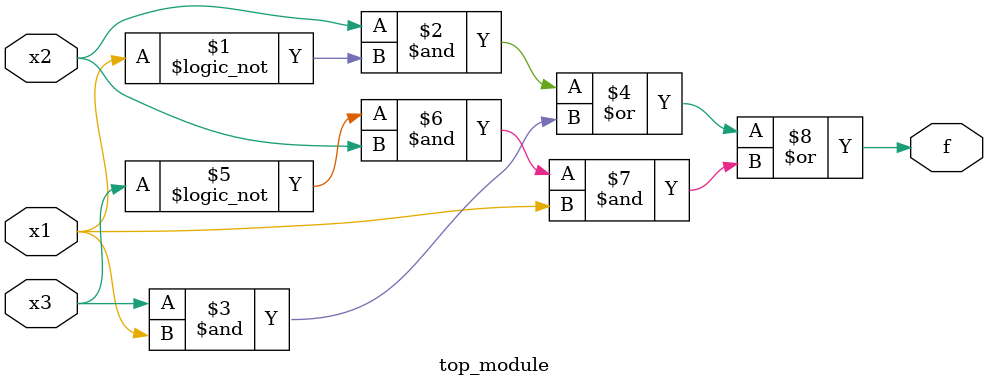
<source format=sv>
module top_module (
    input x3,
    input x2,
    input x1,
    output f
);

assign f = (x2 & !x1) | (x3 & x1) | (!x3 & x2 & x1);

endmodule

</source>
